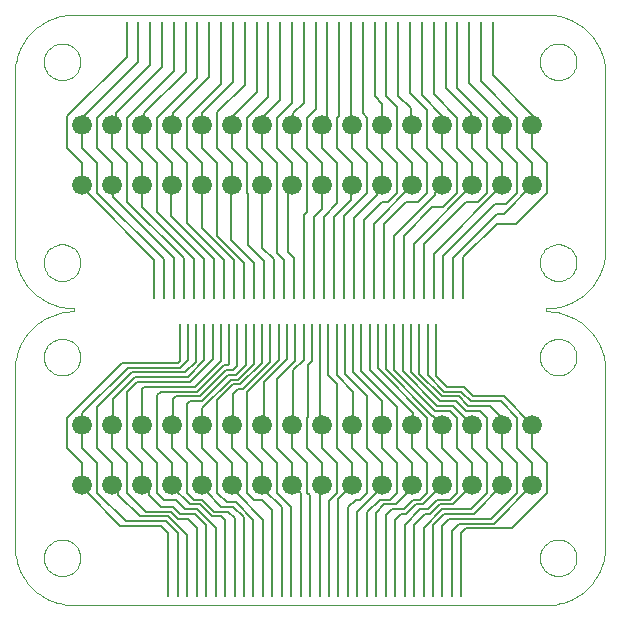
<source format=gbl>
G75*
G70*
%OFA0B0*%
%FSLAX24Y24*%
%IPPOS*%
%LPD*%
%AMOC8*
5,1,8,0,0,1.08239X$1,22.5*
%
%ADD10C,0.0000*%
%ADD11C,0.0004*%
%ADD12C,0.0660*%
%ADD13R,0.0080X0.1200*%
%ADD14C,0.0080*%
D10*
X001076Y001686D02*
X001078Y001735D01*
X001084Y001784D01*
X001094Y001832D01*
X001107Y001879D01*
X001125Y001925D01*
X001146Y001969D01*
X001170Y002012D01*
X001198Y002052D01*
X001229Y002091D01*
X001263Y002126D01*
X001300Y002159D01*
X001339Y002188D01*
X001381Y002214D01*
X001424Y002237D01*
X001470Y002256D01*
X001516Y002272D01*
X001564Y002284D01*
X001612Y002292D01*
X001661Y002296D01*
X001711Y002296D01*
X001760Y002292D01*
X001808Y002284D01*
X001856Y002272D01*
X001902Y002256D01*
X001948Y002237D01*
X001991Y002214D01*
X002033Y002188D01*
X002072Y002159D01*
X002109Y002126D01*
X002143Y002091D01*
X002174Y002052D01*
X002202Y002012D01*
X002226Y001969D01*
X002247Y001925D01*
X002265Y001879D01*
X002278Y001832D01*
X002288Y001784D01*
X002294Y001735D01*
X002296Y001686D01*
X002294Y001637D01*
X002288Y001588D01*
X002278Y001540D01*
X002265Y001493D01*
X002247Y001447D01*
X002226Y001403D01*
X002202Y001360D01*
X002174Y001320D01*
X002143Y001281D01*
X002109Y001246D01*
X002072Y001213D01*
X002033Y001184D01*
X001991Y001158D01*
X001948Y001135D01*
X001902Y001116D01*
X001856Y001100D01*
X001808Y001088D01*
X001760Y001080D01*
X001711Y001076D01*
X001661Y001076D01*
X001612Y001080D01*
X001564Y001088D01*
X001516Y001100D01*
X001470Y001116D01*
X001424Y001135D01*
X001381Y001158D01*
X001339Y001184D01*
X001300Y001213D01*
X001263Y001246D01*
X001229Y001281D01*
X001198Y001320D01*
X001170Y001360D01*
X001146Y001403D01*
X001125Y001447D01*
X001107Y001493D01*
X001094Y001540D01*
X001084Y001588D01*
X001078Y001637D01*
X001076Y001686D01*
X001076Y008379D02*
X001078Y008428D01*
X001084Y008477D01*
X001094Y008525D01*
X001107Y008572D01*
X001125Y008618D01*
X001146Y008662D01*
X001170Y008705D01*
X001198Y008745D01*
X001229Y008784D01*
X001263Y008819D01*
X001300Y008852D01*
X001339Y008881D01*
X001381Y008907D01*
X001424Y008930D01*
X001470Y008949D01*
X001516Y008965D01*
X001564Y008977D01*
X001612Y008985D01*
X001661Y008989D01*
X001711Y008989D01*
X001760Y008985D01*
X001808Y008977D01*
X001856Y008965D01*
X001902Y008949D01*
X001948Y008930D01*
X001991Y008907D01*
X002033Y008881D01*
X002072Y008852D01*
X002109Y008819D01*
X002143Y008784D01*
X002174Y008745D01*
X002202Y008705D01*
X002226Y008662D01*
X002247Y008618D01*
X002265Y008572D01*
X002278Y008525D01*
X002288Y008477D01*
X002294Y008428D01*
X002296Y008379D01*
X002294Y008330D01*
X002288Y008281D01*
X002278Y008233D01*
X002265Y008186D01*
X002247Y008140D01*
X002226Y008096D01*
X002202Y008053D01*
X002174Y008013D01*
X002143Y007974D01*
X002109Y007939D01*
X002072Y007906D01*
X002033Y007877D01*
X001991Y007851D01*
X001948Y007828D01*
X001902Y007809D01*
X001856Y007793D01*
X001808Y007781D01*
X001760Y007773D01*
X001711Y007769D01*
X001661Y007769D01*
X001612Y007773D01*
X001564Y007781D01*
X001516Y007793D01*
X001470Y007809D01*
X001424Y007828D01*
X001381Y007851D01*
X001339Y007877D01*
X001300Y007906D01*
X001263Y007939D01*
X001229Y007974D01*
X001198Y008013D01*
X001170Y008053D01*
X001146Y008096D01*
X001125Y008140D01*
X001107Y008186D01*
X001094Y008233D01*
X001084Y008281D01*
X001078Y008330D01*
X001076Y008379D01*
X001076Y011528D02*
X001078Y011577D01*
X001084Y011626D01*
X001094Y011674D01*
X001107Y011721D01*
X001125Y011767D01*
X001146Y011811D01*
X001170Y011854D01*
X001198Y011894D01*
X001229Y011933D01*
X001263Y011968D01*
X001300Y012001D01*
X001339Y012030D01*
X001381Y012056D01*
X001424Y012079D01*
X001470Y012098D01*
X001516Y012114D01*
X001564Y012126D01*
X001612Y012134D01*
X001661Y012138D01*
X001711Y012138D01*
X001760Y012134D01*
X001808Y012126D01*
X001856Y012114D01*
X001902Y012098D01*
X001948Y012079D01*
X001991Y012056D01*
X002033Y012030D01*
X002072Y012001D01*
X002109Y011968D01*
X002143Y011933D01*
X002174Y011894D01*
X002202Y011854D01*
X002226Y011811D01*
X002247Y011767D01*
X002265Y011721D01*
X002278Y011674D01*
X002288Y011626D01*
X002294Y011577D01*
X002296Y011528D01*
X002294Y011479D01*
X002288Y011430D01*
X002278Y011382D01*
X002265Y011335D01*
X002247Y011289D01*
X002226Y011245D01*
X002202Y011202D01*
X002174Y011162D01*
X002143Y011123D01*
X002109Y011088D01*
X002072Y011055D01*
X002033Y011026D01*
X001991Y011000D01*
X001948Y010977D01*
X001902Y010958D01*
X001856Y010942D01*
X001808Y010930D01*
X001760Y010922D01*
X001711Y010918D01*
X001661Y010918D01*
X001612Y010922D01*
X001564Y010930D01*
X001516Y010942D01*
X001470Y010958D01*
X001424Y010977D01*
X001381Y011000D01*
X001339Y011026D01*
X001300Y011055D01*
X001263Y011088D01*
X001229Y011123D01*
X001198Y011162D01*
X001170Y011202D01*
X001146Y011245D01*
X001125Y011289D01*
X001107Y011335D01*
X001094Y011382D01*
X001084Y011430D01*
X001078Y011479D01*
X001076Y011528D01*
X001076Y018221D02*
X001078Y018270D01*
X001084Y018319D01*
X001094Y018367D01*
X001107Y018414D01*
X001125Y018460D01*
X001146Y018504D01*
X001170Y018547D01*
X001198Y018587D01*
X001229Y018626D01*
X001263Y018661D01*
X001300Y018694D01*
X001339Y018723D01*
X001381Y018749D01*
X001424Y018772D01*
X001470Y018791D01*
X001516Y018807D01*
X001564Y018819D01*
X001612Y018827D01*
X001661Y018831D01*
X001711Y018831D01*
X001760Y018827D01*
X001808Y018819D01*
X001856Y018807D01*
X001902Y018791D01*
X001948Y018772D01*
X001991Y018749D01*
X002033Y018723D01*
X002072Y018694D01*
X002109Y018661D01*
X002143Y018626D01*
X002174Y018587D01*
X002202Y018547D01*
X002226Y018504D01*
X002247Y018460D01*
X002265Y018414D01*
X002278Y018367D01*
X002288Y018319D01*
X002294Y018270D01*
X002296Y018221D01*
X002294Y018172D01*
X002288Y018123D01*
X002278Y018075D01*
X002265Y018028D01*
X002247Y017982D01*
X002226Y017938D01*
X002202Y017895D01*
X002174Y017855D01*
X002143Y017816D01*
X002109Y017781D01*
X002072Y017748D01*
X002033Y017719D01*
X001991Y017693D01*
X001948Y017670D01*
X001902Y017651D01*
X001856Y017635D01*
X001808Y017623D01*
X001760Y017615D01*
X001711Y017611D01*
X001661Y017611D01*
X001612Y017615D01*
X001564Y017623D01*
X001516Y017635D01*
X001470Y017651D01*
X001424Y017670D01*
X001381Y017693D01*
X001339Y017719D01*
X001300Y017748D01*
X001263Y017781D01*
X001229Y017816D01*
X001198Y017855D01*
X001170Y017895D01*
X001146Y017938D01*
X001125Y017982D01*
X001107Y018028D01*
X001094Y018075D01*
X001084Y018123D01*
X001078Y018172D01*
X001076Y018221D01*
X017611Y018221D02*
X017613Y018270D01*
X017619Y018319D01*
X017629Y018367D01*
X017642Y018414D01*
X017660Y018460D01*
X017681Y018504D01*
X017705Y018547D01*
X017733Y018587D01*
X017764Y018626D01*
X017798Y018661D01*
X017835Y018694D01*
X017874Y018723D01*
X017916Y018749D01*
X017959Y018772D01*
X018005Y018791D01*
X018051Y018807D01*
X018099Y018819D01*
X018147Y018827D01*
X018196Y018831D01*
X018246Y018831D01*
X018295Y018827D01*
X018343Y018819D01*
X018391Y018807D01*
X018437Y018791D01*
X018483Y018772D01*
X018526Y018749D01*
X018568Y018723D01*
X018607Y018694D01*
X018644Y018661D01*
X018678Y018626D01*
X018709Y018587D01*
X018737Y018547D01*
X018761Y018504D01*
X018782Y018460D01*
X018800Y018414D01*
X018813Y018367D01*
X018823Y018319D01*
X018829Y018270D01*
X018831Y018221D01*
X018829Y018172D01*
X018823Y018123D01*
X018813Y018075D01*
X018800Y018028D01*
X018782Y017982D01*
X018761Y017938D01*
X018737Y017895D01*
X018709Y017855D01*
X018678Y017816D01*
X018644Y017781D01*
X018607Y017748D01*
X018568Y017719D01*
X018526Y017693D01*
X018483Y017670D01*
X018437Y017651D01*
X018391Y017635D01*
X018343Y017623D01*
X018295Y017615D01*
X018246Y017611D01*
X018196Y017611D01*
X018147Y017615D01*
X018099Y017623D01*
X018051Y017635D01*
X018005Y017651D01*
X017959Y017670D01*
X017916Y017693D01*
X017874Y017719D01*
X017835Y017748D01*
X017798Y017781D01*
X017764Y017816D01*
X017733Y017855D01*
X017705Y017895D01*
X017681Y017938D01*
X017660Y017982D01*
X017642Y018028D01*
X017629Y018075D01*
X017619Y018123D01*
X017613Y018172D01*
X017611Y018221D01*
X017611Y011528D02*
X017613Y011577D01*
X017619Y011626D01*
X017629Y011674D01*
X017642Y011721D01*
X017660Y011767D01*
X017681Y011811D01*
X017705Y011854D01*
X017733Y011894D01*
X017764Y011933D01*
X017798Y011968D01*
X017835Y012001D01*
X017874Y012030D01*
X017916Y012056D01*
X017959Y012079D01*
X018005Y012098D01*
X018051Y012114D01*
X018099Y012126D01*
X018147Y012134D01*
X018196Y012138D01*
X018246Y012138D01*
X018295Y012134D01*
X018343Y012126D01*
X018391Y012114D01*
X018437Y012098D01*
X018483Y012079D01*
X018526Y012056D01*
X018568Y012030D01*
X018607Y012001D01*
X018644Y011968D01*
X018678Y011933D01*
X018709Y011894D01*
X018737Y011854D01*
X018761Y011811D01*
X018782Y011767D01*
X018800Y011721D01*
X018813Y011674D01*
X018823Y011626D01*
X018829Y011577D01*
X018831Y011528D01*
X018829Y011479D01*
X018823Y011430D01*
X018813Y011382D01*
X018800Y011335D01*
X018782Y011289D01*
X018761Y011245D01*
X018737Y011202D01*
X018709Y011162D01*
X018678Y011123D01*
X018644Y011088D01*
X018607Y011055D01*
X018568Y011026D01*
X018526Y011000D01*
X018483Y010977D01*
X018437Y010958D01*
X018391Y010942D01*
X018343Y010930D01*
X018295Y010922D01*
X018246Y010918D01*
X018196Y010918D01*
X018147Y010922D01*
X018099Y010930D01*
X018051Y010942D01*
X018005Y010958D01*
X017959Y010977D01*
X017916Y011000D01*
X017874Y011026D01*
X017835Y011055D01*
X017798Y011088D01*
X017764Y011123D01*
X017733Y011162D01*
X017705Y011202D01*
X017681Y011245D01*
X017660Y011289D01*
X017642Y011335D01*
X017629Y011382D01*
X017619Y011430D01*
X017613Y011479D01*
X017611Y011528D01*
X017611Y008379D02*
X017613Y008428D01*
X017619Y008477D01*
X017629Y008525D01*
X017642Y008572D01*
X017660Y008618D01*
X017681Y008662D01*
X017705Y008705D01*
X017733Y008745D01*
X017764Y008784D01*
X017798Y008819D01*
X017835Y008852D01*
X017874Y008881D01*
X017916Y008907D01*
X017959Y008930D01*
X018005Y008949D01*
X018051Y008965D01*
X018099Y008977D01*
X018147Y008985D01*
X018196Y008989D01*
X018246Y008989D01*
X018295Y008985D01*
X018343Y008977D01*
X018391Y008965D01*
X018437Y008949D01*
X018483Y008930D01*
X018526Y008907D01*
X018568Y008881D01*
X018607Y008852D01*
X018644Y008819D01*
X018678Y008784D01*
X018709Y008745D01*
X018737Y008705D01*
X018761Y008662D01*
X018782Y008618D01*
X018800Y008572D01*
X018813Y008525D01*
X018823Y008477D01*
X018829Y008428D01*
X018831Y008379D01*
X018829Y008330D01*
X018823Y008281D01*
X018813Y008233D01*
X018800Y008186D01*
X018782Y008140D01*
X018761Y008096D01*
X018737Y008053D01*
X018709Y008013D01*
X018678Y007974D01*
X018644Y007939D01*
X018607Y007906D01*
X018568Y007877D01*
X018526Y007851D01*
X018483Y007828D01*
X018437Y007809D01*
X018391Y007793D01*
X018343Y007781D01*
X018295Y007773D01*
X018246Y007769D01*
X018196Y007769D01*
X018147Y007773D01*
X018099Y007781D01*
X018051Y007793D01*
X018005Y007809D01*
X017959Y007828D01*
X017916Y007851D01*
X017874Y007877D01*
X017835Y007906D01*
X017798Y007939D01*
X017764Y007974D01*
X017733Y008013D01*
X017705Y008053D01*
X017681Y008096D01*
X017660Y008140D01*
X017642Y008186D01*
X017629Y008233D01*
X017619Y008281D01*
X017613Y008330D01*
X017611Y008379D01*
X017611Y001686D02*
X017613Y001735D01*
X017619Y001784D01*
X017629Y001832D01*
X017642Y001879D01*
X017660Y001925D01*
X017681Y001969D01*
X017705Y002012D01*
X017733Y002052D01*
X017764Y002091D01*
X017798Y002126D01*
X017835Y002159D01*
X017874Y002188D01*
X017916Y002214D01*
X017959Y002237D01*
X018005Y002256D01*
X018051Y002272D01*
X018099Y002284D01*
X018147Y002292D01*
X018196Y002296D01*
X018246Y002296D01*
X018295Y002292D01*
X018343Y002284D01*
X018391Y002272D01*
X018437Y002256D01*
X018483Y002237D01*
X018526Y002214D01*
X018568Y002188D01*
X018607Y002159D01*
X018644Y002126D01*
X018678Y002091D01*
X018709Y002052D01*
X018737Y002012D01*
X018761Y001969D01*
X018782Y001925D01*
X018800Y001879D01*
X018813Y001832D01*
X018823Y001784D01*
X018829Y001735D01*
X018831Y001686D01*
X018829Y001637D01*
X018823Y001588D01*
X018813Y001540D01*
X018800Y001493D01*
X018782Y001447D01*
X018761Y001403D01*
X018737Y001360D01*
X018709Y001320D01*
X018678Y001281D01*
X018644Y001246D01*
X018607Y001213D01*
X018568Y001184D01*
X018526Y001158D01*
X018483Y001135D01*
X018437Y001116D01*
X018391Y001100D01*
X018343Y001088D01*
X018295Y001080D01*
X018246Y001076D01*
X018196Y001076D01*
X018147Y001080D01*
X018099Y001088D01*
X018051Y001100D01*
X018005Y001116D01*
X017959Y001135D01*
X017916Y001158D01*
X017874Y001184D01*
X017835Y001213D01*
X017798Y001246D01*
X017764Y001281D01*
X017733Y001320D01*
X017705Y001360D01*
X017681Y001403D01*
X017660Y001447D01*
X017642Y001493D01*
X017629Y001540D01*
X017619Y001588D01*
X017613Y001637D01*
X017611Y001686D01*
D11*
X017827Y000110D02*
X017921Y000112D01*
X018014Y000119D01*
X018107Y000130D01*
X018200Y000146D01*
X018291Y000166D01*
X018382Y000190D01*
X018471Y000218D01*
X018559Y000251D01*
X018645Y000288D01*
X018729Y000329D01*
X018812Y000374D01*
X018892Y000423D01*
X018969Y000475D01*
X019044Y000531D01*
X019116Y000591D01*
X019186Y000654D01*
X019252Y000720D01*
X019315Y000790D01*
X019375Y000862D01*
X019431Y000937D01*
X019483Y001014D01*
X019532Y001095D01*
X019577Y001177D01*
X019618Y001261D01*
X019655Y001347D01*
X019688Y001435D01*
X019716Y001524D01*
X019740Y001615D01*
X019760Y001706D01*
X019776Y001799D01*
X019787Y001892D01*
X019794Y001985D01*
X019796Y002079D01*
X019796Y007936D01*
X019794Y008030D01*
X019787Y008123D01*
X019776Y008216D01*
X019760Y008309D01*
X019740Y008400D01*
X019716Y008491D01*
X019688Y008580D01*
X019655Y008668D01*
X019618Y008754D01*
X019577Y008838D01*
X019532Y008920D01*
X019483Y009001D01*
X019431Y009078D01*
X019375Y009153D01*
X019315Y009225D01*
X019252Y009295D01*
X019186Y009361D01*
X019116Y009424D01*
X019044Y009484D01*
X018969Y009540D01*
X018892Y009592D01*
X018811Y009641D01*
X018729Y009686D01*
X018645Y009727D01*
X018559Y009764D01*
X018471Y009797D01*
X018382Y009825D01*
X018291Y009849D01*
X018200Y009869D01*
X018107Y009885D01*
X018014Y009896D01*
X017921Y009903D01*
X017827Y009905D01*
X017827Y009904D02*
X017827Y010003D01*
X017827Y010002D02*
X017921Y010004D01*
X018014Y010011D01*
X018107Y010022D01*
X018200Y010038D01*
X018291Y010058D01*
X018382Y010082D01*
X018471Y010110D01*
X018559Y010143D01*
X018645Y010180D01*
X018729Y010221D01*
X018812Y010266D01*
X018892Y010315D01*
X018969Y010367D01*
X019044Y010423D01*
X019116Y010483D01*
X019186Y010546D01*
X019252Y010612D01*
X019315Y010682D01*
X019375Y010754D01*
X019431Y010829D01*
X019483Y010906D01*
X019532Y010987D01*
X019577Y011069D01*
X019618Y011153D01*
X019655Y011239D01*
X019688Y011327D01*
X019716Y011416D01*
X019740Y011507D01*
X019760Y011598D01*
X019776Y011691D01*
X019787Y011784D01*
X019794Y011877D01*
X019796Y011971D01*
X019796Y017827D01*
X019794Y017921D01*
X019787Y018014D01*
X019776Y018107D01*
X019760Y018200D01*
X019740Y018291D01*
X019716Y018382D01*
X019688Y018471D01*
X019655Y018559D01*
X019618Y018645D01*
X019577Y018729D01*
X019532Y018811D01*
X019483Y018892D01*
X019431Y018969D01*
X019375Y019044D01*
X019315Y019116D01*
X019252Y019186D01*
X019186Y019252D01*
X019116Y019315D01*
X019044Y019375D01*
X018969Y019431D01*
X018892Y019483D01*
X018811Y019532D01*
X018729Y019577D01*
X018645Y019618D01*
X018559Y019655D01*
X018471Y019688D01*
X018382Y019716D01*
X018291Y019740D01*
X018200Y019760D01*
X018107Y019776D01*
X018014Y019787D01*
X017921Y019794D01*
X017827Y019796D01*
X002079Y019796D01*
X001985Y019794D01*
X001892Y019787D01*
X001799Y019776D01*
X001706Y019760D01*
X001615Y019740D01*
X001524Y019716D01*
X001435Y019688D01*
X001347Y019655D01*
X001261Y019618D01*
X001177Y019577D01*
X001094Y019532D01*
X001014Y019483D01*
X000937Y019431D01*
X000862Y019375D01*
X000790Y019315D01*
X000720Y019252D01*
X000654Y019186D01*
X000591Y019116D01*
X000531Y019044D01*
X000475Y018969D01*
X000423Y018892D01*
X000374Y018812D01*
X000329Y018729D01*
X000288Y018645D01*
X000251Y018559D01*
X000218Y018471D01*
X000190Y018382D01*
X000166Y018291D01*
X000146Y018200D01*
X000130Y018107D01*
X000119Y018014D01*
X000112Y017921D01*
X000110Y017827D01*
X000111Y017827D02*
X000111Y011971D01*
X000110Y011971D02*
X000112Y011877D01*
X000119Y011784D01*
X000130Y011691D01*
X000146Y011598D01*
X000166Y011507D01*
X000190Y011416D01*
X000218Y011327D01*
X000251Y011239D01*
X000288Y011153D01*
X000329Y011069D01*
X000374Y010987D01*
X000423Y010906D01*
X000475Y010829D01*
X000531Y010754D01*
X000591Y010682D01*
X000654Y010612D01*
X000720Y010546D01*
X000790Y010483D01*
X000862Y010423D01*
X000937Y010367D01*
X001014Y010315D01*
X001094Y010266D01*
X001177Y010221D01*
X001261Y010180D01*
X001347Y010143D01*
X001435Y010110D01*
X001524Y010082D01*
X001615Y010058D01*
X001706Y010038D01*
X001799Y010022D01*
X001892Y010011D01*
X001985Y010004D01*
X002079Y010002D01*
X002079Y010003D02*
X002079Y009904D01*
X002079Y009905D02*
X001985Y009903D01*
X001892Y009896D01*
X001799Y009885D01*
X001706Y009869D01*
X001615Y009849D01*
X001524Y009825D01*
X001435Y009797D01*
X001347Y009764D01*
X001261Y009727D01*
X001177Y009686D01*
X001094Y009641D01*
X001014Y009592D01*
X000937Y009540D01*
X000862Y009484D01*
X000790Y009424D01*
X000720Y009361D01*
X000654Y009295D01*
X000591Y009225D01*
X000531Y009153D01*
X000475Y009078D01*
X000423Y009001D01*
X000374Y008921D01*
X000329Y008838D01*
X000288Y008754D01*
X000251Y008668D01*
X000218Y008580D01*
X000190Y008491D01*
X000166Y008400D01*
X000146Y008309D01*
X000130Y008216D01*
X000119Y008123D01*
X000112Y008030D01*
X000110Y007936D01*
X000111Y007936D02*
X000111Y002079D01*
X000110Y002079D02*
X000112Y001985D01*
X000119Y001892D01*
X000130Y001799D01*
X000146Y001706D01*
X000166Y001615D01*
X000190Y001524D01*
X000218Y001435D01*
X000251Y001347D01*
X000288Y001261D01*
X000329Y001177D01*
X000374Y001095D01*
X000423Y001014D01*
X000475Y000937D01*
X000531Y000862D01*
X000591Y000790D01*
X000654Y000720D01*
X000720Y000654D01*
X000790Y000591D01*
X000862Y000531D01*
X000937Y000475D01*
X001014Y000423D01*
X001094Y000374D01*
X001177Y000329D01*
X001261Y000288D01*
X001347Y000251D01*
X001435Y000218D01*
X001524Y000190D01*
X001615Y000166D01*
X001706Y000146D01*
X001799Y000130D01*
X001892Y000119D01*
X001985Y000112D01*
X002079Y000110D01*
X002079Y000111D02*
X017827Y000111D01*
D12*
X017361Y004111D03*
X016361Y004111D03*
X015361Y004111D03*
X014361Y004111D03*
X013361Y004111D03*
X012361Y004111D03*
X011361Y004111D03*
X010361Y004111D03*
X009361Y004111D03*
X008361Y004111D03*
X007361Y004111D03*
X006361Y004111D03*
X005361Y004111D03*
X004361Y004111D03*
X003361Y004111D03*
X002361Y004111D03*
X002361Y006111D03*
X003361Y006111D03*
X004361Y006111D03*
X005361Y006111D03*
X006361Y006111D03*
X007361Y006111D03*
X008361Y006111D03*
X009361Y006111D03*
X010361Y006111D03*
X011361Y006111D03*
X012361Y006111D03*
X013361Y006111D03*
X014361Y006111D03*
X015361Y006111D03*
X016361Y006111D03*
X017361Y006111D03*
X017361Y014111D03*
X016361Y014111D03*
X015361Y014111D03*
X014361Y014111D03*
X013361Y014111D03*
X012361Y014111D03*
X011361Y014111D03*
X010361Y014111D03*
X009361Y014111D03*
X008361Y014111D03*
X007361Y014111D03*
X006361Y014111D03*
X005361Y014111D03*
X004361Y014111D03*
X003361Y014111D03*
X002361Y014111D03*
X002361Y016111D03*
X003361Y016111D03*
X004361Y016111D03*
X005361Y016111D03*
X006361Y016111D03*
X007361Y016111D03*
X008361Y016111D03*
X009361Y016111D03*
X010361Y016111D03*
X011361Y016111D03*
X012361Y016111D03*
X013361Y016111D03*
X014361Y016111D03*
X015361Y016111D03*
X016361Y016111D03*
X017361Y016111D03*
D13*
X016041Y018958D03*
X015647Y018958D03*
X015253Y018958D03*
X014860Y018958D03*
X014466Y018958D03*
X014072Y018958D03*
X013679Y018958D03*
X013285Y018958D03*
X012891Y018958D03*
X012498Y018958D03*
X012104Y018958D03*
X011710Y018958D03*
X011316Y018958D03*
X010923Y018958D03*
X010529Y018958D03*
X010135Y018958D03*
X009742Y018958D03*
X009348Y018958D03*
X008954Y018958D03*
X008561Y018958D03*
X008167Y018958D03*
X007773Y018958D03*
X007379Y018958D03*
X006986Y018958D03*
X006592Y018958D03*
X006198Y018958D03*
X005805Y018958D03*
X005411Y018958D03*
X005017Y018958D03*
X004624Y018958D03*
X004230Y018958D03*
X003836Y018958D03*
X004751Y010900D03*
X005083Y010900D03*
X005416Y010900D03*
X005749Y010900D03*
X006081Y010900D03*
X006414Y010900D03*
X006747Y010900D03*
X007079Y010900D03*
X007412Y010900D03*
X007745Y010900D03*
X008077Y010900D03*
X008410Y010900D03*
X008743Y010900D03*
X009075Y010900D03*
X009408Y010900D03*
X009741Y010900D03*
X010073Y010900D03*
X010406Y010900D03*
X010739Y010900D03*
X011071Y010900D03*
X011404Y010900D03*
X011737Y010900D03*
X012070Y010900D03*
X012402Y010900D03*
X012735Y010900D03*
X013068Y010900D03*
X013400Y010900D03*
X013733Y010900D03*
X014066Y010900D03*
X014398Y010900D03*
X014731Y010900D03*
X015064Y010900D03*
X014142Y008883D03*
X013867Y008883D03*
X013591Y008883D03*
X013316Y008883D03*
X013040Y008883D03*
X012764Y008883D03*
X012489Y008883D03*
X012213Y008883D03*
X011938Y008883D03*
X011662Y008883D03*
X011386Y008883D03*
X011111Y008883D03*
X010835Y008883D03*
X010560Y008883D03*
X010284Y008883D03*
X010009Y008883D03*
X009733Y008883D03*
X009457Y008883D03*
X009182Y008883D03*
X008906Y008883D03*
X008631Y008883D03*
X008355Y008883D03*
X008079Y008883D03*
X007804Y008883D03*
X007528Y008883D03*
X007253Y008883D03*
X006977Y008883D03*
X006701Y008883D03*
X006426Y008883D03*
X006150Y008883D03*
X005875Y008883D03*
X005599Y008883D03*
X005544Y000997D03*
X005229Y000997D03*
X005859Y000997D03*
X006174Y000997D03*
X006489Y000997D03*
X006804Y000997D03*
X007119Y000997D03*
X007434Y000997D03*
X007749Y000997D03*
X008064Y000997D03*
X008379Y000997D03*
X008694Y000997D03*
X009009Y000997D03*
X009323Y000997D03*
X009638Y000997D03*
X009953Y000997D03*
X010268Y000997D03*
X010583Y000997D03*
X010898Y000997D03*
X011213Y000997D03*
X011528Y000997D03*
X011843Y000997D03*
X012158Y000997D03*
X012473Y000997D03*
X012788Y000997D03*
X013103Y000997D03*
X013418Y000997D03*
X013733Y000997D03*
X014048Y000997D03*
X014363Y000997D03*
X014678Y000997D03*
X014993Y000997D03*
D14*
X014997Y000997D01*
X014997Y002517D01*
X015151Y002671D01*
X016671Y002671D01*
X017861Y003861D01*
X017861Y004861D01*
X017361Y005361D01*
X017361Y006111D01*
X016401Y007071D01*
X015391Y007071D01*
X015071Y007391D01*
X014511Y007391D01*
X014142Y007759D01*
X014142Y008883D01*
X013867Y008883D02*
X013867Y007795D01*
X014431Y007231D01*
X014991Y007231D01*
X015311Y006911D01*
X016311Y006911D01*
X016861Y006361D01*
X016861Y005361D01*
X017361Y004861D01*
X017361Y004111D01*
X016081Y002831D01*
X014911Y002831D01*
X014678Y002598D01*
X014678Y000997D01*
X014363Y000997D02*
X014363Y002763D01*
X014591Y002991D01*
X015991Y002991D01*
X016861Y003861D01*
X016861Y004861D01*
X016361Y005361D01*
X016361Y006111D01*
X016271Y006201D01*
X016271Y006431D01*
X015951Y006751D01*
X015231Y006751D01*
X014911Y007071D01*
X014351Y007071D01*
X013591Y007831D01*
X013591Y008883D01*
X013316Y008883D02*
X013316Y007866D01*
X014271Y006911D01*
X014831Y006911D01*
X015151Y006591D01*
X015631Y006591D01*
X015861Y006361D01*
X015861Y005361D01*
X016361Y004861D01*
X016361Y004111D01*
X015401Y003151D01*
X014431Y003151D01*
X014048Y002768D01*
X014048Y000997D01*
X013733Y000997D02*
X013733Y002693D01*
X014351Y003311D01*
X015311Y003311D01*
X015861Y003861D01*
X015861Y004861D01*
X015361Y005361D01*
X015361Y006111D01*
X014721Y006751D01*
X014191Y006751D01*
X013040Y007902D01*
X013040Y008883D01*
X012764Y008883D02*
X012764Y007937D01*
X014111Y006591D01*
X014631Y006591D01*
X014861Y006361D01*
X014861Y005361D01*
X015361Y004861D01*
X015361Y004111D01*
X014721Y003471D01*
X014271Y003471D01*
X013951Y003151D01*
X013791Y003151D01*
X013418Y002778D01*
X013418Y000997D01*
X013103Y000997D02*
X013103Y002783D01*
X013631Y003311D01*
X013871Y003311D01*
X014191Y003631D01*
X014631Y003631D01*
X014861Y003861D01*
X014861Y004861D01*
X014361Y005361D01*
X014361Y006111D01*
X014041Y006431D01*
X014031Y006431D01*
X012489Y007973D01*
X012489Y008883D01*
X012213Y008883D02*
X012213Y008009D01*
X013861Y006361D01*
X013861Y005361D01*
X014361Y004861D01*
X014361Y004111D01*
X013721Y003471D01*
X013471Y003471D01*
X013151Y003151D01*
X012991Y003151D01*
X012788Y002948D01*
X012788Y000997D01*
X012473Y000997D02*
X012473Y003113D01*
X012671Y003311D01*
X013071Y003311D01*
X013391Y003631D01*
X013631Y003631D01*
X013861Y003861D01*
X013861Y004861D01*
X013361Y005361D01*
X013361Y006111D01*
X013391Y006141D01*
X013391Y006511D01*
X011938Y007964D01*
X011938Y008883D01*
X011662Y008883D02*
X011662Y007920D01*
X012861Y006721D01*
X012861Y005361D01*
X013361Y004861D01*
X013361Y004111D01*
X013231Y003981D01*
X013231Y003871D01*
X012831Y003471D01*
X012431Y003471D01*
X012158Y003198D01*
X012158Y000997D01*
X011843Y000997D02*
X011843Y003203D01*
X012271Y003631D01*
X012631Y003631D01*
X012861Y003861D01*
X012861Y004861D01*
X012361Y005361D01*
X012361Y006111D01*
X012351Y006121D01*
X012351Y006911D01*
X011386Y007875D01*
X011386Y008883D01*
X011111Y008883D02*
X011111Y007831D01*
X011861Y007081D01*
X011861Y005361D01*
X012361Y004861D01*
X012361Y004111D01*
X012191Y003941D01*
X012191Y003871D01*
X011528Y003208D01*
X011528Y000997D01*
X011213Y000997D02*
X011213Y003373D01*
X011471Y003631D01*
X011631Y003631D01*
X011861Y003861D01*
X011861Y004861D01*
X011361Y005361D01*
X011361Y006111D01*
X011391Y006141D01*
X011391Y007231D01*
X010835Y007786D01*
X010835Y008883D01*
X010560Y008883D02*
X010560Y007782D01*
X010861Y007481D01*
X010861Y005361D01*
X011361Y004861D01*
X011361Y004111D01*
X010898Y003648D01*
X010898Y000997D01*
X010583Y000997D02*
X010583Y003583D01*
X010861Y003861D01*
X010861Y004861D01*
X010361Y005361D01*
X010361Y006111D01*
X010284Y006188D01*
X010284Y008883D01*
X010009Y008883D02*
X010009Y008249D01*
X009871Y008111D01*
X009871Y006371D01*
X009861Y006361D01*
X009861Y005361D01*
X010361Y004861D01*
X010361Y004111D01*
X010268Y004018D01*
X010268Y000997D01*
X009953Y000997D02*
X009953Y003768D01*
X009861Y003861D01*
X009861Y004861D01*
X009361Y005361D01*
X009361Y006111D01*
X009391Y006141D01*
X009391Y007951D01*
X009733Y008293D01*
X009733Y008883D01*
X009457Y008883D02*
X009457Y008257D01*
X008861Y007661D01*
X008861Y005361D01*
X009361Y004861D01*
X009361Y004111D01*
X009638Y003833D01*
X009638Y000997D01*
X009323Y000997D02*
X009323Y003398D01*
X008861Y003861D01*
X008861Y004861D01*
X008361Y005361D01*
X008361Y006111D01*
X008431Y006181D01*
X008431Y007551D01*
X009182Y008302D01*
X009182Y008883D01*
X008906Y008883D02*
X008906Y008266D01*
X007861Y007221D01*
X007861Y005361D01*
X008361Y004861D01*
X008361Y004111D01*
X008431Y004041D01*
X008431Y003951D01*
X009009Y003373D01*
X009009Y000997D01*
X008694Y000997D02*
X008694Y003288D01*
X008351Y003631D01*
X008091Y003631D01*
X007861Y003861D01*
X007861Y004861D01*
X007361Y005361D01*
X007361Y006111D01*
X007391Y006141D01*
X007391Y007151D01*
X007551Y007311D01*
X007711Y007311D01*
X008631Y008231D01*
X008631Y008883D01*
X008355Y008883D02*
X008355Y008195D01*
X007631Y007471D01*
X007391Y007471D01*
X006861Y006941D01*
X006861Y005361D01*
X007361Y004861D01*
X007361Y004111D01*
X007471Y004001D01*
X007471Y003871D01*
X008379Y002963D01*
X008379Y000997D01*
X008064Y000997D02*
X008064Y002958D01*
X007471Y003551D01*
X007171Y003551D01*
X006861Y003861D01*
X006861Y004861D01*
X006361Y005361D01*
X006361Y006111D01*
X006351Y006121D01*
X006351Y006671D01*
X007311Y007631D01*
X007551Y007631D01*
X008079Y008159D01*
X008079Y008883D01*
X007804Y008883D02*
X007804Y008124D01*
X007471Y007791D01*
X007231Y007791D01*
X006351Y006911D01*
X005951Y006911D01*
X005861Y006821D01*
X005861Y005361D01*
X006361Y004861D01*
X006361Y004111D01*
X006511Y003961D01*
X006511Y003871D01*
X006991Y003391D01*
X007391Y003391D01*
X007749Y003033D01*
X007749Y000997D01*
X007434Y000997D02*
X007434Y003028D01*
X007231Y003231D01*
X006751Y003231D01*
X006351Y003631D01*
X006091Y003631D01*
X005861Y003861D01*
X005861Y004861D01*
X005361Y005361D01*
X005361Y006111D01*
X005391Y006141D01*
X005391Y006991D01*
X005471Y007071D01*
X006271Y007071D01*
X007151Y007951D01*
X007391Y007951D01*
X007528Y008088D01*
X007528Y008883D01*
X007253Y008883D02*
X007253Y008133D01*
X007231Y008111D01*
X007071Y008111D01*
X006191Y007231D01*
X004991Y007231D01*
X004861Y007101D01*
X004861Y005361D01*
X005361Y004861D01*
X005361Y004111D01*
X005361Y004061D01*
X005951Y003471D01*
X006271Y003471D01*
X006671Y003071D01*
X006991Y003071D01*
X007119Y002943D01*
X007119Y000997D01*
X006804Y000997D02*
X006804Y002698D01*
X006191Y003311D01*
X005791Y003311D01*
X005471Y003631D01*
X005091Y003631D01*
X004861Y003861D01*
X004861Y004861D01*
X004361Y005361D01*
X004361Y006111D01*
X004351Y006121D01*
X004351Y007311D01*
X004431Y007391D01*
X006111Y007391D01*
X006977Y008257D01*
X006977Y008883D01*
X006701Y008883D02*
X006701Y008301D01*
X005951Y007551D01*
X004191Y007551D01*
X003861Y007221D01*
X003861Y005361D01*
X004361Y004861D01*
X004361Y004111D01*
X004591Y003881D01*
X004591Y003791D01*
X004991Y003391D01*
X005391Y003391D01*
X005631Y003151D01*
X006111Y003151D01*
X006489Y002773D01*
X006489Y000997D01*
X006174Y000997D02*
X006174Y002688D01*
X005871Y002991D01*
X005551Y002991D01*
X005311Y003231D01*
X004491Y003231D01*
X003861Y003861D01*
X003861Y004861D01*
X003361Y005361D01*
X003361Y006111D01*
X003391Y006141D01*
X003391Y006991D01*
X004111Y007711D01*
X005871Y007711D01*
X006426Y008266D01*
X006426Y008883D01*
X006150Y008883D02*
X006150Y008230D01*
X005791Y007871D01*
X004031Y007871D01*
X002861Y006701D01*
X002861Y005361D01*
X003361Y004861D01*
X003361Y004111D01*
X003551Y003921D01*
X003551Y003791D01*
X004271Y003071D01*
X005231Y003071D01*
X005859Y002443D01*
X005859Y000997D01*
X005544Y000997D02*
X005544Y002518D01*
X005151Y002911D01*
X003811Y002911D01*
X002861Y003861D01*
X002861Y004861D01*
X002361Y005361D01*
X002361Y006111D01*
X002351Y006121D01*
X002351Y006511D01*
X003871Y008031D01*
X005631Y008031D01*
X005875Y008275D01*
X005875Y008883D01*
X005599Y008883D02*
X005599Y008239D01*
X005551Y008191D01*
X003691Y008191D01*
X001861Y006361D01*
X001861Y005361D01*
X002361Y004861D01*
X002361Y004111D01*
X002511Y003961D01*
X002511Y003871D01*
X003631Y002751D01*
X004991Y002751D01*
X005229Y002513D01*
X005229Y000997D01*
X005083Y010900D02*
X005083Y011638D01*
X002861Y013861D01*
X002861Y014861D01*
X002361Y015361D01*
X002361Y016111D01*
X002431Y016181D01*
X002431Y016431D01*
X004230Y018230D01*
X004230Y018958D01*
X004624Y018958D02*
X004624Y018124D01*
X002861Y016361D01*
X002861Y015361D01*
X003361Y014861D01*
X003361Y014111D01*
X003391Y014081D01*
X003391Y013711D01*
X005416Y011686D01*
X005416Y010900D01*
X005749Y010900D02*
X005749Y011673D01*
X003861Y013561D01*
X003861Y014861D01*
X003361Y015361D01*
X003361Y016111D01*
X003471Y016221D01*
X003471Y016511D01*
X005017Y018057D01*
X005017Y018958D01*
X005411Y018958D02*
X005411Y017911D01*
X003861Y016361D01*
X003861Y015361D01*
X004361Y014861D01*
X004361Y014111D01*
X004351Y014101D01*
X004351Y013391D01*
X006081Y011660D01*
X006081Y010900D01*
X006414Y010900D02*
X006414Y011648D01*
X004861Y013201D01*
X004861Y014861D01*
X004361Y015361D01*
X004361Y016111D01*
X004431Y016181D01*
X004431Y016511D01*
X005805Y017885D01*
X005805Y018958D01*
X006198Y018958D02*
X006198Y017698D01*
X004861Y016361D01*
X004861Y015361D01*
X005361Y014861D01*
X005361Y014111D01*
X005311Y014061D01*
X005311Y013071D01*
X006747Y011635D01*
X006747Y010900D01*
X007079Y010900D02*
X007079Y011622D01*
X005861Y012841D01*
X005861Y014861D01*
X005361Y015361D01*
X005361Y016111D01*
X005391Y016141D01*
X005391Y016511D01*
X006592Y017712D01*
X006592Y018958D01*
X006986Y018958D02*
X006986Y017486D01*
X005861Y016361D01*
X005861Y015361D01*
X006361Y014861D01*
X006361Y014111D01*
X006351Y014101D01*
X006351Y012671D01*
X007412Y011610D01*
X007412Y010900D01*
X007745Y010900D02*
X007745Y011517D01*
X006861Y012401D01*
X006861Y014861D01*
X006361Y015361D01*
X006361Y016111D01*
X006351Y016121D01*
X006351Y016511D01*
X007379Y017539D01*
X007379Y018958D01*
X007773Y018958D02*
X007773Y017453D01*
X006861Y016541D01*
X006861Y015361D01*
X007361Y014861D01*
X007361Y014111D01*
X007311Y014061D01*
X007311Y012271D01*
X008077Y011504D01*
X008077Y010900D01*
X008410Y010900D02*
X008410Y011572D01*
X007871Y012111D01*
X007871Y013851D01*
X007861Y013861D01*
X007861Y014861D01*
X007361Y015361D01*
X007361Y016111D01*
X007391Y016141D01*
X007391Y016431D01*
X008167Y017207D01*
X008167Y018958D01*
X008561Y018958D02*
X008561Y017061D01*
X007861Y016361D01*
X007861Y015361D01*
X008361Y014861D01*
X008361Y014111D01*
X008351Y014101D01*
X008351Y012031D01*
X008743Y011639D01*
X008743Y010900D01*
X009075Y010900D02*
X009075Y011631D01*
X008861Y011845D01*
X008861Y014861D01*
X008361Y015361D01*
X008361Y016111D01*
X008351Y016121D01*
X008351Y016351D01*
X008954Y016954D01*
X008954Y018958D01*
X009348Y018958D02*
X009348Y016848D01*
X008861Y016361D01*
X008861Y015361D01*
X009361Y014861D01*
X009361Y014111D01*
X009231Y013981D01*
X009231Y011871D01*
X009408Y011694D01*
X009408Y010900D01*
X009741Y010900D02*
X009741Y013101D01*
X009861Y013221D01*
X009861Y014861D01*
X009361Y015361D01*
X009361Y016111D01*
X009391Y016141D01*
X009391Y016511D01*
X009742Y016862D01*
X009742Y018958D01*
X010135Y018958D02*
X010135Y016635D01*
X009861Y016361D01*
X009861Y015361D01*
X010361Y014861D01*
X010361Y014111D01*
X010351Y014101D01*
X010351Y013311D01*
X010073Y013033D01*
X010073Y010900D01*
X010406Y010900D02*
X010406Y013046D01*
X010861Y013501D01*
X010861Y014861D01*
X010361Y015361D01*
X010361Y016111D01*
X010529Y016279D01*
X010529Y018958D01*
X010923Y018958D02*
X010923Y016423D01*
X010861Y016361D01*
X010861Y015361D01*
X011361Y014861D01*
X011361Y014351D01*
X011311Y014301D01*
X011311Y013631D01*
X010739Y013059D01*
X010739Y010900D01*
X011071Y010900D02*
X011071Y013071D01*
X011861Y013861D01*
X011861Y014861D01*
X011361Y015361D01*
X011361Y016111D01*
X011316Y016155D01*
X011316Y018958D01*
X011710Y018958D02*
X011710Y016512D01*
X011861Y016361D01*
X011861Y015361D01*
X012361Y014861D01*
X012361Y014111D01*
X012191Y013941D01*
X012191Y013791D01*
X011404Y013004D01*
X011404Y010900D01*
X011737Y010900D02*
X011737Y012937D01*
X012351Y013551D01*
X012551Y013551D01*
X012861Y013861D01*
X012861Y014861D01*
X012361Y015361D01*
X012361Y016111D01*
X012351Y016121D01*
X012351Y016831D01*
X012104Y017078D01*
X012104Y018958D01*
X012498Y018958D02*
X012498Y017084D01*
X012861Y016721D01*
X012861Y015361D01*
X013361Y014861D01*
X013361Y014111D01*
X012070Y012820D01*
X012070Y010900D01*
X012402Y010900D02*
X012402Y012802D01*
X013151Y013551D01*
X013551Y013551D01*
X013861Y013861D01*
X013861Y014861D01*
X013361Y015361D01*
X013361Y016111D01*
X013311Y016161D01*
X013311Y016671D01*
X012891Y017090D01*
X012891Y018958D01*
X013285Y018958D02*
X013285Y017177D01*
X013861Y016601D01*
X013861Y015361D01*
X014361Y014861D01*
X014361Y014111D01*
X014111Y013861D01*
X014111Y013791D01*
X012735Y012415D01*
X012735Y010900D01*
X013068Y010900D02*
X013068Y012428D01*
X014031Y013391D01*
X014391Y013391D01*
X014861Y013861D01*
X014861Y014861D01*
X014361Y015361D01*
X014361Y016111D01*
X014351Y016121D01*
X014351Y016431D01*
X013679Y017103D01*
X013679Y018958D01*
X014072Y018958D02*
X014072Y017149D01*
X014861Y016361D01*
X014861Y015361D01*
X015361Y014861D01*
X015361Y014111D01*
X013400Y012150D01*
X013400Y010900D01*
X013733Y010900D02*
X013733Y012133D01*
X015151Y013551D01*
X015551Y013551D01*
X015861Y013861D01*
X015861Y014861D01*
X015361Y015361D01*
X015361Y016111D01*
X015311Y016161D01*
X015311Y016511D01*
X014466Y017356D01*
X014466Y018958D01*
X014860Y018958D02*
X014860Y017362D01*
X015861Y016361D01*
X015861Y015361D01*
X016361Y014861D01*
X016361Y014111D01*
X014066Y011816D01*
X014066Y010900D01*
X014398Y010900D02*
X014398Y011758D01*
X016111Y013471D01*
X016471Y013471D01*
X016861Y013861D01*
X016861Y014861D01*
X016361Y015361D01*
X016361Y016111D01*
X016351Y016121D01*
X016351Y016431D01*
X015253Y017528D01*
X015253Y018958D01*
X015647Y018958D02*
X015647Y017575D01*
X016861Y016361D01*
X016861Y015361D01*
X017361Y014861D01*
X017361Y014111D01*
X016401Y013151D01*
X016191Y013151D01*
X014731Y011691D01*
X014731Y010900D01*
X015064Y010900D02*
X015064Y011704D01*
X016191Y012831D01*
X016831Y012831D01*
X017861Y013861D01*
X017861Y014861D01*
X017361Y015361D01*
X017361Y016111D01*
X017391Y016141D01*
X017391Y016431D01*
X016041Y017781D01*
X016041Y018958D01*
X011361Y014351D02*
X011361Y014111D01*
X004751Y011631D02*
X004751Y010900D01*
X004751Y011631D02*
X002511Y013871D01*
X002511Y013961D01*
X002361Y014111D01*
X002351Y014101D01*
X002361Y014111D02*
X002361Y014861D01*
X001861Y015361D01*
X001861Y016421D01*
X003836Y018396D01*
X003836Y018958D01*
X017361Y004361D02*
X017361Y004111D01*
M02*

</source>
